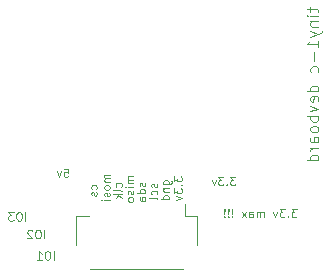
<source format=gbr>
%TF.GenerationSoftware,KiCad,Pcbnew,9.0.0*%
%TF.CreationDate,2025-04-09T13:07:37+02:00*%
%TF.ProjectId,breakoutboard,62726561-6b6f-4757-9462-6f6172642e6b,rev?*%
%TF.SameCoordinates,Original*%
%TF.FileFunction,Legend,Bot*%
%TF.FilePolarity,Positive*%
%FSLAX46Y46*%
G04 Gerber Fmt 4.6, Leading zero omitted, Abs format (unit mm)*
G04 Created by KiCad (PCBNEW 9.0.0) date 2025-04-09 13:07:37*
%MOMM*%
%LPD*%
G01*
G04 APERTURE LIST*
%ADD10C,0.100000*%
%ADD11C,0.120000*%
G04 APERTURE END LIST*
D10*
X142867544Y-107509133D02*
X142867544Y-106809133D01*
X142400878Y-106809133D02*
X142267544Y-106809133D01*
X142267544Y-106809133D02*
X142200878Y-106842466D01*
X142200878Y-106842466D02*
X142134211Y-106909133D01*
X142134211Y-106909133D02*
X142100878Y-107042466D01*
X142100878Y-107042466D02*
X142100878Y-107275800D01*
X142100878Y-107275800D02*
X142134211Y-107409133D01*
X142134211Y-107409133D02*
X142200878Y-107475800D01*
X142200878Y-107475800D02*
X142267544Y-107509133D01*
X142267544Y-107509133D02*
X142400878Y-107509133D01*
X142400878Y-107509133D02*
X142467544Y-107475800D01*
X142467544Y-107475800D02*
X142534211Y-107409133D01*
X142534211Y-107409133D02*
X142567544Y-107275800D01*
X142567544Y-107275800D02*
X142567544Y-107042466D01*
X142567544Y-107042466D02*
X142534211Y-106909133D01*
X142534211Y-106909133D02*
X142467544Y-106842466D01*
X142467544Y-106842466D02*
X142400878Y-106809133D01*
X141434211Y-107509133D02*
X141834211Y-107509133D01*
X141634211Y-107509133D02*
X141634211Y-106809133D01*
X141634211Y-106809133D02*
X141700878Y-106909133D01*
X141700878Y-106909133D02*
X141767545Y-106975800D01*
X141767545Y-106975800D02*
X141834211Y-107009133D01*
X142067544Y-105709133D02*
X142067544Y-105009133D01*
X141600878Y-105009133D02*
X141467544Y-105009133D01*
X141467544Y-105009133D02*
X141400878Y-105042466D01*
X141400878Y-105042466D02*
X141334211Y-105109133D01*
X141334211Y-105109133D02*
X141300878Y-105242466D01*
X141300878Y-105242466D02*
X141300878Y-105475800D01*
X141300878Y-105475800D02*
X141334211Y-105609133D01*
X141334211Y-105609133D02*
X141400878Y-105675800D01*
X141400878Y-105675800D02*
X141467544Y-105709133D01*
X141467544Y-105709133D02*
X141600878Y-105709133D01*
X141600878Y-105709133D02*
X141667544Y-105675800D01*
X141667544Y-105675800D02*
X141734211Y-105609133D01*
X141734211Y-105609133D02*
X141767544Y-105475800D01*
X141767544Y-105475800D02*
X141767544Y-105242466D01*
X141767544Y-105242466D02*
X141734211Y-105109133D01*
X141734211Y-105109133D02*
X141667544Y-105042466D01*
X141667544Y-105042466D02*
X141600878Y-105009133D01*
X141034211Y-105075800D02*
X141000878Y-105042466D01*
X141000878Y-105042466D02*
X140934211Y-105009133D01*
X140934211Y-105009133D02*
X140767545Y-105009133D01*
X140767545Y-105009133D02*
X140700878Y-105042466D01*
X140700878Y-105042466D02*
X140667545Y-105075800D01*
X140667545Y-105075800D02*
X140634211Y-105142466D01*
X140634211Y-105142466D02*
X140634211Y-105209133D01*
X140634211Y-105209133D02*
X140667545Y-105309133D01*
X140667545Y-105309133D02*
X141067545Y-105709133D01*
X141067545Y-105709133D02*
X140634211Y-105709133D01*
X140467544Y-104209133D02*
X140467544Y-103509133D01*
X140000878Y-103509133D02*
X139867544Y-103509133D01*
X139867544Y-103509133D02*
X139800878Y-103542466D01*
X139800878Y-103542466D02*
X139734211Y-103609133D01*
X139734211Y-103609133D02*
X139700878Y-103742466D01*
X139700878Y-103742466D02*
X139700878Y-103975800D01*
X139700878Y-103975800D02*
X139734211Y-104109133D01*
X139734211Y-104109133D02*
X139800878Y-104175800D01*
X139800878Y-104175800D02*
X139867544Y-104209133D01*
X139867544Y-104209133D02*
X140000878Y-104209133D01*
X140000878Y-104209133D02*
X140067544Y-104175800D01*
X140067544Y-104175800D02*
X140134211Y-104109133D01*
X140134211Y-104109133D02*
X140167544Y-103975800D01*
X140167544Y-103975800D02*
X140167544Y-103742466D01*
X140167544Y-103742466D02*
X140134211Y-103609133D01*
X140134211Y-103609133D02*
X140067544Y-103542466D01*
X140067544Y-103542466D02*
X140000878Y-103509133D01*
X139467545Y-103509133D02*
X139034211Y-103509133D01*
X139034211Y-103509133D02*
X139267545Y-103775800D01*
X139267545Y-103775800D02*
X139167545Y-103775800D01*
X139167545Y-103775800D02*
X139100878Y-103809133D01*
X139100878Y-103809133D02*
X139067545Y-103842466D01*
X139067545Y-103842466D02*
X139034211Y-103909133D01*
X139034211Y-103909133D02*
X139034211Y-104075800D01*
X139034211Y-104075800D02*
X139067545Y-104142466D01*
X139067545Y-104142466D02*
X139100878Y-104175800D01*
X139100878Y-104175800D02*
X139167545Y-104209133D01*
X139167545Y-104209133D02*
X139367545Y-104209133D01*
X139367545Y-104209133D02*
X139434211Y-104175800D01*
X139434211Y-104175800D02*
X139467545Y-104142466D01*
X143734211Y-99809133D02*
X144067544Y-99809133D01*
X144067544Y-99809133D02*
X144100877Y-100142466D01*
X144100877Y-100142466D02*
X144067544Y-100109133D01*
X144067544Y-100109133D02*
X144000877Y-100075800D01*
X144000877Y-100075800D02*
X143834211Y-100075800D01*
X143834211Y-100075800D02*
X143767544Y-100109133D01*
X143767544Y-100109133D02*
X143734211Y-100142466D01*
X143734211Y-100142466D02*
X143700877Y-100209133D01*
X143700877Y-100209133D02*
X143700877Y-100375800D01*
X143700877Y-100375800D02*
X143734211Y-100442466D01*
X143734211Y-100442466D02*
X143767544Y-100475800D01*
X143767544Y-100475800D02*
X143834211Y-100509133D01*
X143834211Y-100509133D02*
X144000877Y-100509133D01*
X144000877Y-100509133D02*
X144067544Y-100475800D01*
X144067544Y-100475800D02*
X144100877Y-100442466D01*
X143467544Y-100042466D02*
X143300877Y-100509133D01*
X143300877Y-100509133D02*
X143134210Y-100042466D01*
X158234211Y-100509133D02*
X157800877Y-100509133D01*
X157800877Y-100509133D02*
X158034211Y-100775800D01*
X158034211Y-100775800D02*
X157934211Y-100775800D01*
X157934211Y-100775800D02*
X157867544Y-100809133D01*
X157867544Y-100809133D02*
X157834211Y-100842466D01*
X157834211Y-100842466D02*
X157800877Y-100909133D01*
X157800877Y-100909133D02*
X157800877Y-101075800D01*
X157800877Y-101075800D02*
X157834211Y-101142466D01*
X157834211Y-101142466D02*
X157867544Y-101175800D01*
X157867544Y-101175800D02*
X157934211Y-101209133D01*
X157934211Y-101209133D02*
X158134211Y-101209133D01*
X158134211Y-101209133D02*
X158200877Y-101175800D01*
X158200877Y-101175800D02*
X158234211Y-101142466D01*
X157500877Y-101142466D02*
X157467544Y-101175800D01*
X157467544Y-101175800D02*
X157500877Y-101209133D01*
X157500877Y-101209133D02*
X157534210Y-101175800D01*
X157534210Y-101175800D02*
X157500877Y-101142466D01*
X157500877Y-101142466D02*
X157500877Y-101209133D01*
X157234211Y-100509133D02*
X156800877Y-100509133D01*
X156800877Y-100509133D02*
X157034211Y-100775800D01*
X157034211Y-100775800D02*
X156934211Y-100775800D01*
X156934211Y-100775800D02*
X156867544Y-100809133D01*
X156867544Y-100809133D02*
X156834211Y-100842466D01*
X156834211Y-100842466D02*
X156800877Y-100909133D01*
X156800877Y-100909133D02*
X156800877Y-101075800D01*
X156800877Y-101075800D02*
X156834211Y-101142466D01*
X156834211Y-101142466D02*
X156867544Y-101175800D01*
X156867544Y-101175800D02*
X156934211Y-101209133D01*
X156934211Y-101209133D02*
X157134211Y-101209133D01*
X157134211Y-101209133D02*
X157200877Y-101175800D01*
X157200877Y-101175800D02*
X157234211Y-101142466D01*
X156567544Y-100742466D02*
X156400877Y-101209133D01*
X156400877Y-101209133D02*
X156234210Y-100742466D01*
X164605752Y-86161027D02*
X164605752Y-86541979D01*
X164272419Y-86303884D02*
X165129561Y-86303884D01*
X165129561Y-86303884D02*
X165224800Y-86351503D01*
X165224800Y-86351503D02*
X165272419Y-86446741D01*
X165272419Y-86446741D02*
X165272419Y-86541979D01*
X165272419Y-86875313D02*
X164605752Y-86875313D01*
X164272419Y-86875313D02*
X164320038Y-86827694D01*
X164320038Y-86827694D02*
X164367657Y-86875313D01*
X164367657Y-86875313D02*
X164320038Y-86922932D01*
X164320038Y-86922932D02*
X164272419Y-86875313D01*
X164272419Y-86875313D02*
X164367657Y-86875313D01*
X164605752Y-87351503D02*
X165272419Y-87351503D01*
X164700990Y-87351503D02*
X164653371Y-87399122D01*
X164653371Y-87399122D02*
X164605752Y-87494360D01*
X164605752Y-87494360D02*
X164605752Y-87637217D01*
X164605752Y-87637217D02*
X164653371Y-87732455D01*
X164653371Y-87732455D02*
X164748609Y-87780074D01*
X164748609Y-87780074D02*
X165272419Y-87780074D01*
X164605752Y-88161027D02*
X165272419Y-88399122D01*
X164605752Y-88637217D02*
X165272419Y-88399122D01*
X165272419Y-88399122D02*
X165510514Y-88303884D01*
X165510514Y-88303884D02*
X165558133Y-88256265D01*
X165558133Y-88256265D02*
X165605752Y-88161027D01*
X165272419Y-89541979D02*
X165272419Y-88970551D01*
X165272419Y-89256265D02*
X164272419Y-89256265D01*
X164272419Y-89256265D02*
X164415276Y-89161027D01*
X164415276Y-89161027D02*
X164510514Y-89065789D01*
X164510514Y-89065789D02*
X164558133Y-88970551D01*
X164891466Y-89970551D02*
X164891466Y-90732456D01*
X165224800Y-91637217D02*
X165272419Y-91541979D01*
X165272419Y-91541979D02*
X165272419Y-91351503D01*
X165272419Y-91351503D02*
X165224800Y-91256265D01*
X165224800Y-91256265D02*
X165177180Y-91208646D01*
X165177180Y-91208646D02*
X165081942Y-91161027D01*
X165081942Y-91161027D02*
X164796228Y-91161027D01*
X164796228Y-91161027D02*
X164700990Y-91208646D01*
X164700990Y-91208646D02*
X164653371Y-91256265D01*
X164653371Y-91256265D02*
X164605752Y-91351503D01*
X164605752Y-91351503D02*
X164605752Y-91541979D01*
X164605752Y-91541979D02*
X164653371Y-91637217D01*
X165272419Y-93256265D02*
X164272419Y-93256265D01*
X165224800Y-93256265D02*
X165272419Y-93161027D01*
X165272419Y-93161027D02*
X165272419Y-92970551D01*
X165272419Y-92970551D02*
X165224800Y-92875313D01*
X165224800Y-92875313D02*
X165177180Y-92827694D01*
X165177180Y-92827694D02*
X165081942Y-92780075D01*
X165081942Y-92780075D02*
X164796228Y-92780075D01*
X164796228Y-92780075D02*
X164700990Y-92827694D01*
X164700990Y-92827694D02*
X164653371Y-92875313D01*
X164653371Y-92875313D02*
X164605752Y-92970551D01*
X164605752Y-92970551D02*
X164605752Y-93161027D01*
X164605752Y-93161027D02*
X164653371Y-93256265D01*
X165224800Y-94113408D02*
X165272419Y-94018170D01*
X165272419Y-94018170D02*
X165272419Y-93827694D01*
X165272419Y-93827694D02*
X165224800Y-93732456D01*
X165224800Y-93732456D02*
X165129561Y-93684837D01*
X165129561Y-93684837D02*
X164748609Y-93684837D01*
X164748609Y-93684837D02*
X164653371Y-93732456D01*
X164653371Y-93732456D02*
X164605752Y-93827694D01*
X164605752Y-93827694D02*
X164605752Y-94018170D01*
X164605752Y-94018170D02*
X164653371Y-94113408D01*
X164653371Y-94113408D02*
X164748609Y-94161027D01*
X164748609Y-94161027D02*
X164843847Y-94161027D01*
X164843847Y-94161027D02*
X164939085Y-93684837D01*
X164605752Y-94494361D02*
X165272419Y-94732456D01*
X165272419Y-94732456D02*
X164605752Y-94970551D01*
X165272419Y-95351504D02*
X164272419Y-95351504D01*
X164653371Y-95351504D02*
X164605752Y-95446742D01*
X164605752Y-95446742D02*
X164605752Y-95637218D01*
X164605752Y-95637218D02*
X164653371Y-95732456D01*
X164653371Y-95732456D02*
X164700990Y-95780075D01*
X164700990Y-95780075D02*
X164796228Y-95827694D01*
X164796228Y-95827694D02*
X165081942Y-95827694D01*
X165081942Y-95827694D02*
X165177180Y-95780075D01*
X165177180Y-95780075D02*
X165224800Y-95732456D01*
X165224800Y-95732456D02*
X165272419Y-95637218D01*
X165272419Y-95637218D02*
X165272419Y-95446742D01*
X165272419Y-95446742D02*
X165224800Y-95351504D01*
X165272419Y-96399123D02*
X165224800Y-96303885D01*
X165224800Y-96303885D02*
X165177180Y-96256266D01*
X165177180Y-96256266D02*
X165081942Y-96208647D01*
X165081942Y-96208647D02*
X164796228Y-96208647D01*
X164796228Y-96208647D02*
X164700990Y-96256266D01*
X164700990Y-96256266D02*
X164653371Y-96303885D01*
X164653371Y-96303885D02*
X164605752Y-96399123D01*
X164605752Y-96399123D02*
X164605752Y-96541980D01*
X164605752Y-96541980D02*
X164653371Y-96637218D01*
X164653371Y-96637218D02*
X164700990Y-96684837D01*
X164700990Y-96684837D02*
X164796228Y-96732456D01*
X164796228Y-96732456D02*
X165081942Y-96732456D01*
X165081942Y-96732456D02*
X165177180Y-96684837D01*
X165177180Y-96684837D02*
X165224800Y-96637218D01*
X165224800Y-96637218D02*
X165272419Y-96541980D01*
X165272419Y-96541980D02*
X165272419Y-96399123D01*
X165272419Y-97589599D02*
X164748609Y-97589599D01*
X164748609Y-97589599D02*
X164653371Y-97541980D01*
X164653371Y-97541980D02*
X164605752Y-97446742D01*
X164605752Y-97446742D02*
X164605752Y-97256266D01*
X164605752Y-97256266D02*
X164653371Y-97161028D01*
X165224800Y-97589599D02*
X165272419Y-97494361D01*
X165272419Y-97494361D02*
X165272419Y-97256266D01*
X165272419Y-97256266D02*
X165224800Y-97161028D01*
X165224800Y-97161028D02*
X165129561Y-97113409D01*
X165129561Y-97113409D02*
X165034323Y-97113409D01*
X165034323Y-97113409D02*
X164939085Y-97161028D01*
X164939085Y-97161028D02*
X164891466Y-97256266D01*
X164891466Y-97256266D02*
X164891466Y-97494361D01*
X164891466Y-97494361D02*
X164843847Y-97589599D01*
X165272419Y-98065790D02*
X164605752Y-98065790D01*
X164796228Y-98065790D02*
X164700990Y-98113409D01*
X164700990Y-98113409D02*
X164653371Y-98161028D01*
X164653371Y-98161028D02*
X164605752Y-98256266D01*
X164605752Y-98256266D02*
X164605752Y-98351504D01*
X165272419Y-99113409D02*
X164272419Y-99113409D01*
X165224800Y-99113409D02*
X165272419Y-99018171D01*
X165272419Y-99018171D02*
X165272419Y-98827695D01*
X165272419Y-98827695D02*
X165224800Y-98732457D01*
X165224800Y-98732457D02*
X165177180Y-98684838D01*
X165177180Y-98684838D02*
X165081942Y-98637219D01*
X165081942Y-98637219D02*
X164796228Y-98637219D01*
X164796228Y-98637219D02*
X164700990Y-98684838D01*
X164700990Y-98684838D02*
X164653371Y-98732457D01*
X164653371Y-98732457D02*
X164605752Y-98827695D01*
X164605752Y-98827695D02*
X164605752Y-99018171D01*
X164605752Y-99018171D02*
X164653371Y-99113409D01*
X163434211Y-103209133D02*
X163000877Y-103209133D01*
X163000877Y-103209133D02*
X163234211Y-103475800D01*
X163234211Y-103475800D02*
X163134211Y-103475800D01*
X163134211Y-103475800D02*
X163067544Y-103509133D01*
X163067544Y-103509133D02*
X163034211Y-103542466D01*
X163034211Y-103542466D02*
X163000877Y-103609133D01*
X163000877Y-103609133D02*
X163000877Y-103775800D01*
X163000877Y-103775800D02*
X163034211Y-103842466D01*
X163034211Y-103842466D02*
X163067544Y-103875800D01*
X163067544Y-103875800D02*
X163134211Y-103909133D01*
X163134211Y-103909133D02*
X163334211Y-103909133D01*
X163334211Y-103909133D02*
X163400877Y-103875800D01*
X163400877Y-103875800D02*
X163434211Y-103842466D01*
X162700877Y-103842466D02*
X162667544Y-103875800D01*
X162667544Y-103875800D02*
X162700877Y-103909133D01*
X162700877Y-103909133D02*
X162734210Y-103875800D01*
X162734210Y-103875800D02*
X162700877Y-103842466D01*
X162700877Y-103842466D02*
X162700877Y-103909133D01*
X162434211Y-103209133D02*
X162000877Y-103209133D01*
X162000877Y-103209133D02*
X162234211Y-103475800D01*
X162234211Y-103475800D02*
X162134211Y-103475800D01*
X162134211Y-103475800D02*
X162067544Y-103509133D01*
X162067544Y-103509133D02*
X162034211Y-103542466D01*
X162034211Y-103542466D02*
X162000877Y-103609133D01*
X162000877Y-103609133D02*
X162000877Y-103775800D01*
X162000877Y-103775800D02*
X162034211Y-103842466D01*
X162034211Y-103842466D02*
X162067544Y-103875800D01*
X162067544Y-103875800D02*
X162134211Y-103909133D01*
X162134211Y-103909133D02*
X162334211Y-103909133D01*
X162334211Y-103909133D02*
X162400877Y-103875800D01*
X162400877Y-103875800D02*
X162434211Y-103842466D01*
X161767544Y-103442466D02*
X161600877Y-103909133D01*
X161600877Y-103909133D02*
X161434210Y-103442466D01*
X160634211Y-103909133D02*
X160634211Y-103442466D01*
X160634211Y-103509133D02*
X160600878Y-103475800D01*
X160600878Y-103475800D02*
X160534211Y-103442466D01*
X160534211Y-103442466D02*
X160434211Y-103442466D01*
X160434211Y-103442466D02*
X160367544Y-103475800D01*
X160367544Y-103475800D02*
X160334211Y-103542466D01*
X160334211Y-103542466D02*
X160334211Y-103909133D01*
X160334211Y-103542466D02*
X160300878Y-103475800D01*
X160300878Y-103475800D02*
X160234211Y-103442466D01*
X160234211Y-103442466D02*
X160134211Y-103442466D01*
X160134211Y-103442466D02*
X160067544Y-103475800D01*
X160067544Y-103475800D02*
X160034211Y-103542466D01*
X160034211Y-103542466D02*
X160034211Y-103909133D01*
X159400878Y-103909133D02*
X159400878Y-103542466D01*
X159400878Y-103542466D02*
X159434211Y-103475800D01*
X159434211Y-103475800D02*
X159500878Y-103442466D01*
X159500878Y-103442466D02*
X159634211Y-103442466D01*
X159634211Y-103442466D02*
X159700878Y-103475800D01*
X159400878Y-103875800D02*
X159467545Y-103909133D01*
X159467545Y-103909133D02*
X159634211Y-103909133D01*
X159634211Y-103909133D02*
X159700878Y-103875800D01*
X159700878Y-103875800D02*
X159734211Y-103809133D01*
X159734211Y-103809133D02*
X159734211Y-103742466D01*
X159734211Y-103742466D02*
X159700878Y-103675800D01*
X159700878Y-103675800D02*
X159634211Y-103642466D01*
X159634211Y-103642466D02*
X159467545Y-103642466D01*
X159467545Y-103642466D02*
X159400878Y-103609133D01*
X159134212Y-103909133D02*
X158767545Y-103442466D01*
X159134212Y-103442466D02*
X158767545Y-103909133D01*
X157967545Y-103842466D02*
X157934212Y-103875800D01*
X157934212Y-103875800D02*
X157967545Y-103909133D01*
X157967545Y-103909133D02*
X158000878Y-103875800D01*
X158000878Y-103875800D02*
X157967545Y-103842466D01*
X157967545Y-103842466D02*
X157967545Y-103909133D01*
X157967545Y-103642466D02*
X158000878Y-103242466D01*
X158000878Y-103242466D02*
X157967545Y-103209133D01*
X157967545Y-103209133D02*
X157934212Y-103242466D01*
X157934212Y-103242466D02*
X157967545Y-103642466D01*
X157967545Y-103642466D02*
X157967545Y-103209133D01*
X157634212Y-103842466D02*
X157600879Y-103875800D01*
X157600879Y-103875800D02*
X157634212Y-103909133D01*
X157634212Y-103909133D02*
X157667545Y-103875800D01*
X157667545Y-103875800D02*
X157634212Y-103842466D01*
X157634212Y-103842466D02*
X157634212Y-103909133D01*
X157634212Y-103642466D02*
X157667545Y-103242466D01*
X157667545Y-103242466D02*
X157634212Y-103209133D01*
X157634212Y-103209133D02*
X157600879Y-103242466D01*
X157600879Y-103242466D02*
X157634212Y-103642466D01*
X157634212Y-103642466D02*
X157634212Y-103209133D01*
X157300879Y-103842466D02*
X157267546Y-103875800D01*
X157267546Y-103875800D02*
X157300879Y-103909133D01*
X157300879Y-103909133D02*
X157334212Y-103875800D01*
X157334212Y-103875800D02*
X157300879Y-103842466D01*
X157300879Y-103842466D02*
X157300879Y-103909133D01*
X157300879Y-103642466D02*
X157334212Y-103242466D01*
X157334212Y-103242466D02*
X157300879Y-103209133D01*
X157300879Y-103209133D02*
X157267546Y-103242466D01*
X157267546Y-103242466D02*
X157300879Y-103642466D01*
X157300879Y-103642466D02*
X157300879Y-103209133D01*
X151575800Y-101099122D02*
X151609133Y-101165789D01*
X151609133Y-101165789D02*
X151609133Y-101299122D01*
X151609133Y-101299122D02*
X151575800Y-101365789D01*
X151575800Y-101365789D02*
X151509133Y-101399122D01*
X151509133Y-101399122D02*
X151475800Y-101399122D01*
X151475800Y-101399122D02*
X151409133Y-101365789D01*
X151409133Y-101365789D02*
X151375800Y-101299122D01*
X151375800Y-101299122D02*
X151375800Y-101199122D01*
X151375800Y-101199122D02*
X151342466Y-101132455D01*
X151342466Y-101132455D02*
X151275800Y-101099122D01*
X151275800Y-101099122D02*
X151242466Y-101099122D01*
X151242466Y-101099122D02*
X151175800Y-101132455D01*
X151175800Y-101132455D02*
X151142466Y-101199122D01*
X151142466Y-101199122D02*
X151142466Y-101299122D01*
X151142466Y-101299122D02*
X151175800Y-101365789D01*
X151575800Y-101999122D02*
X151609133Y-101932456D01*
X151609133Y-101932456D02*
X151609133Y-101799122D01*
X151609133Y-101799122D02*
X151575800Y-101732456D01*
X151575800Y-101732456D02*
X151542466Y-101699122D01*
X151542466Y-101699122D02*
X151475800Y-101665789D01*
X151475800Y-101665789D02*
X151275800Y-101665789D01*
X151275800Y-101665789D02*
X151209133Y-101699122D01*
X151209133Y-101699122D02*
X151175800Y-101732456D01*
X151175800Y-101732456D02*
X151142466Y-101799122D01*
X151142466Y-101799122D02*
X151142466Y-101932456D01*
X151142466Y-101932456D02*
X151175800Y-101999122D01*
X151609133Y-102399122D02*
X151575800Y-102332456D01*
X151575800Y-102332456D02*
X151509133Y-102299122D01*
X151509133Y-102299122D02*
X150909133Y-102299122D01*
X152142466Y-101132455D02*
X152709133Y-101132455D01*
X152709133Y-101132455D02*
X152775800Y-101099122D01*
X152775800Y-101099122D02*
X152809133Y-101065789D01*
X152809133Y-101065789D02*
X152842466Y-100999122D01*
X152842466Y-100999122D02*
X152842466Y-100899122D01*
X152842466Y-100899122D02*
X152809133Y-100832455D01*
X152575800Y-101132455D02*
X152609133Y-101065789D01*
X152609133Y-101065789D02*
X152609133Y-100932455D01*
X152609133Y-100932455D02*
X152575800Y-100865789D01*
X152575800Y-100865789D02*
X152542466Y-100832455D01*
X152542466Y-100832455D02*
X152475800Y-100799122D01*
X152475800Y-100799122D02*
X152275800Y-100799122D01*
X152275800Y-100799122D02*
X152209133Y-100832455D01*
X152209133Y-100832455D02*
X152175800Y-100865789D01*
X152175800Y-100865789D02*
X152142466Y-100932455D01*
X152142466Y-100932455D02*
X152142466Y-101065789D01*
X152142466Y-101065789D02*
X152175800Y-101132455D01*
X152142466Y-101465788D02*
X152609133Y-101465788D01*
X152209133Y-101465788D02*
X152175800Y-101499122D01*
X152175800Y-101499122D02*
X152142466Y-101565788D01*
X152142466Y-101565788D02*
X152142466Y-101665788D01*
X152142466Y-101665788D02*
X152175800Y-101732455D01*
X152175800Y-101732455D02*
X152242466Y-101765788D01*
X152242466Y-101765788D02*
X152609133Y-101765788D01*
X152609133Y-102399121D02*
X151909133Y-102399121D01*
X152575800Y-102399121D02*
X152609133Y-102332455D01*
X152609133Y-102332455D02*
X152609133Y-102199121D01*
X152609133Y-102199121D02*
X152575800Y-102132455D01*
X152575800Y-102132455D02*
X152542466Y-102099121D01*
X152542466Y-102099121D02*
X152475800Y-102065788D01*
X152475800Y-102065788D02*
X152275800Y-102065788D01*
X152275800Y-102065788D02*
X152209133Y-102099121D01*
X152209133Y-102099121D02*
X152175800Y-102132455D01*
X152175800Y-102132455D02*
X152142466Y-102199121D01*
X152142466Y-102199121D02*
X152142466Y-102332455D01*
X152142466Y-102332455D02*
X152175800Y-102399121D01*
X149609133Y-100432455D02*
X149142466Y-100432455D01*
X149209133Y-100432455D02*
X149175800Y-100465789D01*
X149175800Y-100465789D02*
X149142466Y-100532455D01*
X149142466Y-100532455D02*
X149142466Y-100632455D01*
X149142466Y-100632455D02*
X149175800Y-100699122D01*
X149175800Y-100699122D02*
X149242466Y-100732455D01*
X149242466Y-100732455D02*
X149609133Y-100732455D01*
X149242466Y-100732455D02*
X149175800Y-100765789D01*
X149175800Y-100765789D02*
X149142466Y-100832455D01*
X149142466Y-100832455D02*
X149142466Y-100932455D01*
X149142466Y-100932455D02*
X149175800Y-100999122D01*
X149175800Y-100999122D02*
X149242466Y-101032455D01*
X149242466Y-101032455D02*
X149609133Y-101032455D01*
X149609133Y-101365788D02*
X149142466Y-101365788D01*
X148909133Y-101365788D02*
X148942466Y-101332455D01*
X148942466Y-101332455D02*
X148975800Y-101365788D01*
X148975800Y-101365788D02*
X148942466Y-101399122D01*
X148942466Y-101399122D02*
X148909133Y-101365788D01*
X148909133Y-101365788D02*
X148975800Y-101365788D01*
X149575800Y-101665788D02*
X149609133Y-101732455D01*
X149609133Y-101732455D02*
X149609133Y-101865788D01*
X149609133Y-101865788D02*
X149575800Y-101932455D01*
X149575800Y-101932455D02*
X149509133Y-101965788D01*
X149509133Y-101965788D02*
X149475800Y-101965788D01*
X149475800Y-101965788D02*
X149409133Y-101932455D01*
X149409133Y-101932455D02*
X149375800Y-101865788D01*
X149375800Y-101865788D02*
X149375800Y-101765788D01*
X149375800Y-101765788D02*
X149342466Y-101699121D01*
X149342466Y-101699121D02*
X149275800Y-101665788D01*
X149275800Y-101665788D02*
X149242466Y-101665788D01*
X149242466Y-101665788D02*
X149175800Y-101699121D01*
X149175800Y-101699121D02*
X149142466Y-101765788D01*
X149142466Y-101765788D02*
X149142466Y-101865788D01*
X149142466Y-101865788D02*
X149175800Y-101932455D01*
X149609133Y-102365788D02*
X149575800Y-102299122D01*
X149575800Y-102299122D02*
X149542466Y-102265788D01*
X149542466Y-102265788D02*
X149475800Y-102232455D01*
X149475800Y-102232455D02*
X149275800Y-102232455D01*
X149275800Y-102232455D02*
X149209133Y-102265788D01*
X149209133Y-102265788D02*
X149175800Y-102299122D01*
X149175800Y-102299122D02*
X149142466Y-102365788D01*
X149142466Y-102365788D02*
X149142466Y-102465788D01*
X149142466Y-102465788D02*
X149175800Y-102532455D01*
X149175800Y-102532455D02*
X149209133Y-102565788D01*
X149209133Y-102565788D02*
X149275800Y-102599122D01*
X149275800Y-102599122D02*
X149475800Y-102599122D01*
X149475800Y-102599122D02*
X149542466Y-102565788D01*
X149542466Y-102565788D02*
X149575800Y-102532455D01*
X149575800Y-102532455D02*
X149609133Y-102465788D01*
X149609133Y-102465788D02*
X149609133Y-102365788D01*
X153009133Y-100465789D02*
X153009133Y-100899122D01*
X153009133Y-100899122D02*
X153275800Y-100665789D01*
X153275800Y-100665789D02*
X153275800Y-100765789D01*
X153275800Y-100765789D02*
X153309133Y-100832455D01*
X153309133Y-100832455D02*
X153342466Y-100865789D01*
X153342466Y-100865789D02*
X153409133Y-100899122D01*
X153409133Y-100899122D02*
X153575800Y-100899122D01*
X153575800Y-100899122D02*
X153642466Y-100865789D01*
X153642466Y-100865789D02*
X153675800Y-100832455D01*
X153675800Y-100832455D02*
X153709133Y-100765789D01*
X153709133Y-100765789D02*
X153709133Y-100565789D01*
X153709133Y-100565789D02*
X153675800Y-100499122D01*
X153675800Y-100499122D02*
X153642466Y-100465789D01*
X153642466Y-101199122D02*
X153675800Y-101232456D01*
X153675800Y-101232456D02*
X153709133Y-101199122D01*
X153709133Y-101199122D02*
X153675800Y-101165789D01*
X153675800Y-101165789D02*
X153642466Y-101199122D01*
X153642466Y-101199122D02*
X153709133Y-101199122D01*
X153009133Y-101465789D02*
X153009133Y-101899122D01*
X153009133Y-101899122D02*
X153275800Y-101665789D01*
X153275800Y-101665789D02*
X153275800Y-101765789D01*
X153275800Y-101765789D02*
X153309133Y-101832455D01*
X153309133Y-101832455D02*
X153342466Y-101865789D01*
X153342466Y-101865789D02*
X153409133Y-101899122D01*
X153409133Y-101899122D02*
X153575800Y-101899122D01*
X153575800Y-101899122D02*
X153642466Y-101865789D01*
X153642466Y-101865789D02*
X153675800Y-101832455D01*
X153675800Y-101832455D02*
X153709133Y-101765789D01*
X153709133Y-101765789D02*
X153709133Y-101565789D01*
X153709133Y-101565789D02*
X153675800Y-101499122D01*
X153675800Y-101499122D02*
X153642466Y-101465789D01*
X153242466Y-102132456D02*
X153709133Y-102299122D01*
X153709133Y-102299122D02*
X153242466Y-102465789D01*
X150575800Y-100999122D02*
X150609133Y-101065789D01*
X150609133Y-101065789D02*
X150609133Y-101199122D01*
X150609133Y-101199122D02*
X150575800Y-101265789D01*
X150575800Y-101265789D02*
X150509133Y-101299122D01*
X150509133Y-101299122D02*
X150475800Y-101299122D01*
X150475800Y-101299122D02*
X150409133Y-101265789D01*
X150409133Y-101265789D02*
X150375800Y-101199122D01*
X150375800Y-101199122D02*
X150375800Y-101099122D01*
X150375800Y-101099122D02*
X150342466Y-101032455D01*
X150342466Y-101032455D02*
X150275800Y-100999122D01*
X150275800Y-100999122D02*
X150242466Y-100999122D01*
X150242466Y-100999122D02*
X150175800Y-101032455D01*
X150175800Y-101032455D02*
X150142466Y-101099122D01*
X150142466Y-101099122D02*
X150142466Y-101199122D01*
X150142466Y-101199122D02*
X150175800Y-101265789D01*
X150609133Y-101899122D02*
X149909133Y-101899122D01*
X150575800Y-101899122D02*
X150609133Y-101832456D01*
X150609133Y-101832456D02*
X150609133Y-101699122D01*
X150609133Y-101699122D02*
X150575800Y-101632456D01*
X150575800Y-101632456D02*
X150542466Y-101599122D01*
X150542466Y-101599122D02*
X150475800Y-101565789D01*
X150475800Y-101565789D02*
X150275800Y-101565789D01*
X150275800Y-101565789D02*
X150209133Y-101599122D01*
X150209133Y-101599122D02*
X150175800Y-101632456D01*
X150175800Y-101632456D02*
X150142466Y-101699122D01*
X150142466Y-101699122D02*
X150142466Y-101832456D01*
X150142466Y-101832456D02*
X150175800Y-101899122D01*
X150609133Y-102532455D02*
X150242466Y-102532455D01*
X150242466Y-102532455D02*
X150175800Y-102499122D01*
X150175800Y-102499122D02*
X150142466Y-102432455D01*
X150142466Y-102432455D02*
X150142466Y-102299122D01*
X150142466Y-102299122D02*
X150175800Y-102232455D01*
X150575800Y-102532455D02*
X150609133Y-102465789D01*
X150609133Y-102465789D02*
X150609133Y-102299122D01*
X150609133Y-102299122D02*
X150575800Y-102232455D01*
X150575800Y-102232455D02*
X150509133Y-102199122D01*
X150509133Y-102199122D02*
X150442466Y-102199122D01*
X150442466Y-102199122D02*
X150375800Y-102232455D01*
X150375800Y-102232455D02*
X150342466Y-102299122D01*
X150342466Y-102299122D02*
X150342466Y-102465789D01*
X150342466Y-102465789D02*
X150309133Y-102532455D01*
X146475800Y-101532455D02*
X146509133Y-101465789D01*
X146509133Y-101465789D02*
X146509133Y-101332455D01*
X146509133Y-101332455D02*
X146475800Y-101265789D01*
X146475800Y-101265789D02*
X146442466Y-101232455D01*
X146442466Y-101232455D02*
X146375800Y-101199122D01*
X146375800Y-101199122D02*
X146175800Y-101199122D01*
X146175800Y-101199122D02*
X146109133Y-101232455D01*
X146109133Y-101232455D02*
X146075800Y-101265789D01*
X146075800Y-101265789D02*
X146042466Y-101332455D01*
X146042466Y-101332455D02*
X146042466Y-101465789D01*
X146042466Y-101465789D02*
X146075800Y-101532455D01*
X146475800Y-101799122D02*
X146509133Y-101865789D01*
X146509133Y-101865789D02*
X146509133Y-101999122D01*
X146509133Y-101999122D02*
X146475800Y-102065789D01*
X146475800Y-102065789D02*
X146409133Y-102099122D01*
X146409133Y-102099122D02*
X146375800Y-102099122D01*
X146375800Y-102099122D02*
X146309133Y-102065789D01*
X146309133Y-102065789D02*
X146275800Y-101999122D01*
X146275800Y-101999122D02*
X146275800Y-101899122D01*
X146275800Y-101899122D02*
X146242466Y-101832455D01*
X146242466Y-101832455D02*
X146175800Y-101799122D01*
X146175800Y-101799122D02*
X146142466Y-101799122D01*
X146142466Y-101799122D02*
X146075800Y-101832455D01*
X146075800Y-101832455D02*
X146042466Y-101899122D01*
X146042466Y-101899122D02*
X146042466Y-101999122D01*
X146042466Y-101999122D02*
X146075800Y-102065789D01*
X147609133Y-100332455D02*
X147142466Y-100332455D01*
X147209133Y-100332455D02*
X147175800Y-100365789D01*
X147175800Y-100365789D02*
X147142466Y-100432455D01*
X147142466Y-100432455D02*
X147142466Y-100532455D01*
X147142466Y-100532455D02*
X147175800Y-100599122D01*
X147175800Y-100599122D02*
X147242466Y-100632455D01*
X147242466Y-100632455D02*
X147609133Y-100632455D01*
X147242466Y-100632455D02*
X147175800Y-100665789D01*
X147175800Y-100665789D02*
X147142466Y-100732455D01*
X147142466Y-100732455D02*
X147142466Y-100832455D01*
X147142466Y-100832455D02*
X147175800Y-100899122D01*
X147175800Y-100899122D02*
X147242466Y-100932455D01*
X147242466Y-100932455D02*
X147609133Y-100932455D01*
X147609133Y-101365788D02*
X147575800Y-101299122D01*
X147575800Y-101299122D02*
X147542466Y-101265788D01*
X147542466Y-101265788D02*
X147475800Y-101232455D01*
X147475800Y-101232455D02*
X147275800Y-101232455D01*
X147275800Y-101232455D02*
X147209133Y-101265788D01*
X147209133Y-101265788D02*
X147175800Y-101299122D01*
X147175800Y-101299122D02*
X147142466Y-101365788D01*
X147142466Y-101365788D02*
X147142466Y-101465788D01*
X147142466Y-101465788D02*
X147175800Y-101532455D01*
X147175800Y-101532455D02*
X147209133Y-101565788D01*
X147209133Y-101565788D02*
X147275800Y-101599122D01*
X147275800Y-101599122D02*
X147475800Y-101599122D01*
X147475800Y-101599122D02*
X147542466Y-101565788D01*
X147542466Y-101565788D02*
X147575800Y-101532455D01*
X147575800Y-101532455D02*
X147609133Y-101465788D01*
X147609133Y-101465788D02*
X147609133Y-101365788D01*
X147575800Y-101865788D02*
X147609133Y-101932455D01*
X147609133Y-101932455D02*
X147609133Y-102065788D01*
X147609133Y-102065788D02*
X147575800Y-102132455D01*
X147575800Y-102132455D02*
X147509133Y-102165788D01*
X147509133Y-102165788D02*
X147475800Y-102165788D01*
X147475800Y-102165788D02*
X147409133Y-102132455D01*
X147409133Y-102132455D02*
X147375800Y-102065788D01*
X147375800Y-102065788D02*
X147375800Y-101965788D01*
X147375800Y-101965788D02*
X147342466Y-101899121D01*
X147342466Y-101899121D02*
X147275800Y-101865788D01*
X147275800Y-101865788D02*
X147242466Y-101865788D01*
X147242466Y-101865788D02*
X147175800Y-101899121D01*
X147175800Y-101899121D02*
X147142466Y-101965788D01*
X147142466Y-101965788D02*
X147142466Y-102065788D01*
X147142466Y-102065788D02*
X147175800Y-102132455D01*
X147609133Y-102465788D02*
X147142466Y-102465788D01*
X146909133Y-102465788D02*
X146942466Y-102432455D01*
X146942466Y-102432455D02*
X146975800Y-102465788D01*
X146975800Y-102465788D02*
X146942466Y-102499122D01*
X146942466Y-102499122D02*
X146909133Y-102465788D01*
X146909133Y-102465788D02*
X146975800Y-102465788D01*
X148575800Y-101332455D02*
X148609133Y-101265789D01*
X148609133Y-101265789D02*
X148609133Y-101132455D01*
X148609133Y-101132455D02*
X148575800Y-101065789D01*
X148575800Y-101065789D02*
X148542466Y-101032455D01*
X148542466Y-101032455D02*
X148475800Y-100999122D01*
X148475800Y-100999122D02*
X148275800Y-100999122D01*
X148275800Y-100999122D02*
X148209133Y-101032455D01*
X148209133Y-101032455D02*
X148175800Y-101065789D01*
X148175800Y-101065789D02*
X148142466Y-101132455D01*
X148142466Y-101132455D02*
X148142466Y-101265789D01*
X148142466Y-101265789D02*
X148175800Y-101332455D01*
X148609133Y-101732455D02*
X148575800Y-101665789D01*
X148575800Y-101665789D02*
X148509133Y-101632455D01*
X148509133Y-101632455D02*
X147909133Y-101632455D01*
X148609133Y-101999122D02*
X147909133Y-101999122D01*
X148342466Y-102065789D02*
X148609133Y-102265789D01*
X148142466Y-102265789D02*
X148409133Y-101999122D01*
D11*
%TO.C,J2*%
X144790000Y-103815000D02*
X145840000Y-103815000D01*
X144790000Y-106315000D02*
X144790000Y-103815000D01*
X153840000Y-108285000D02*
X145960000Y-108285000D01*
X153960000Y-103815000D02*
X153960000Y-102825000D01*
X155010000Y-103815000D02*
X153960000Y-103815000D01*
X155010000Y-106315000D02*
X155010000Y-103815000D01*
%TD*%
M02*

</source>
